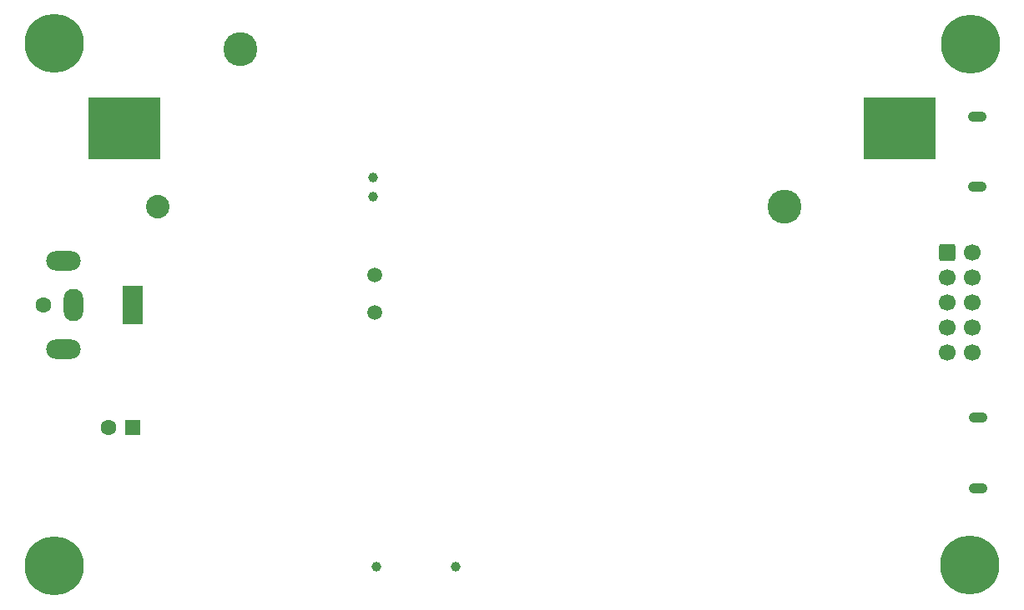
<source format=gbr>
%TF.GenerationSoftware,KiCad,Pcbnew,7.0.6*%
%TF.CreationDate,2023-08-23T22:53:45+03:00*%
%TF.ProjectId,Lorawan_prototype_v1.1,4c6f7261-7761-46e5-9f70-726f746f7479,rev?*%
%TF.SameCoordinates,Original*%
%TF.FileFunction,Soldermask,Bot*%
%TF.FilePolarity,Negative*%
%FSLAX46Y46*%
G04 Gerber Fmt 4.6, Leading zero omitted, Abs format (unit mm)*
G04 Created by KiCad (PCBNEW 7.0.6) date 2023-08-23 22:53:45*
%MOMM*%
%LPD*%
G01*
G04 APERTURE LIST*
G04 Aperture macros list*
%AMRoundRect*
0 Rectangle with rounded corners*
0 $1 Rounding radius*
0 $2 $3 $4 $5 $6 $7 $8 $9 X,Y pos of 4 corners*
0 Add a 4 corners polygon primitive as box body*
4,1,4,$2,$3,$4,$5,$6,$7,$8,$9,$2,$3,0*
0 Add four circle primitives for the rounded corners*
1,1,$1+$1,$2,$3*
1,1,$1+$1,$4,$5*
1,1,$1+$1,$6,$7*
1,1,$1+$1,$8,$9*
0 Add four rect primitives between the rounded corners*
20,1,$1+$1,$2,$3,$4,$5,0*
20,1,$1+$1,$4,$5,$6,$7,0*
20,1,$1+$1,$6,$7,$8,$9,0*
20,1,$1+$1,$8,$9,$2,$3,0*%
G04 Aperture macros list end*
%ADD10RoundRect,0.250000X-0.600000X-0.600000X0.600000X-0.600000X0.600000X0.600000X-0.600000X0.600000X0*%
%ADD11C,1.700000*%
%ADD12C,1.000000*%
%ADD13C,2.390000*%
%ADD14C,3.450000*%
%ADD15R,7.340000X6.350000*%
%ADD16C,0.800000*%
%ADD17C,6.000000*%
%ADD18C,1.600000*%
%ADD19R,2.000000X4.000000*%
%ADD20O,2.000000X3.300000*%
%ADD21O,3.500000X2.000000*%
%ADD22R,1.600000X1.600000*%
%ADD23O,1.900000X1.050000*%
%ADD24C,1.500000*%
G04 APERTURE END LIST*
D10*
%TO.C,J3*%
X192370000Y-84810000D03*
D11*
X194910000Y-84810000D03*
X192370000Y-87350000D03*
X194910000Y-87350000D03*
X192370000Y-89890000D03*
X194910000Y-89890000D03*
X192370000Y-92430000D03*
X194910000Y-92430000D03*
X192370000Y-94970000D03*
X194910000Y-94970000D03*
%TD*%
D12*
%TO.C,J7*%
X134480000Y-116740000D03*
X142480000Y-116740000D03*
%TD*%
D13*
%TO.C,BT2*%
X112280000Y-80190000D03*
D14*
X120610000Y-64190000D03*
X175810000Y-80190000D03*
D15*
X108880000Y-72190000D03*
X187540000Y-72190000D03*
%TD*%
D16*
%TO.C,H3*%
X99489010Y-63600990D03*
X100148020Y-62010000D03*
X100148020Y-65191980D03*
X101739010Y-61350990D03*
D17*
X101739010Y-63600990D03*
D16*
X101739010Y-65850990D03*
X103330000Y-62010000D03*
X103330000Y-65191980D03*
X103989010Y-63600990D03*
%TD*%
%TO.C,H1*%
X192380000Y-116540000D03*
X193039010Y-114949010D03*
X193039010Y-118130990D03*
X194630000Y-114290000D03*
D17*
X194630000Y-116540000D03*
D16*
X194630000Y-118790000D03*
X196220990Y-114949010D03*
X196220990Y-118130990D03*
X196880000Y-116540000D03*
%TD*%
D18*
%TO.C,J2*%
X100700000Y-90170000D03*
D19*
X109700000Y-90170000D03*
D20*
X103700000Y-90170000D03*
D21*
X102700000Y-85670000D03*
X102700000Y-94670000D03*
%TD*%
D12*
%TO.C,Y1*%
X134100000Y-79130000D03*
X134100000Y-77230000D03*
%TD*%
D22*
%TO.C,C6*%
X109740000Y-102590000D03*
D18*
X107240000Y-102590000D03*
%TD*%
D23*
%TO.C,J4*%
X195500000Y-108760000D03*
X195500000Y-101610000D03*
%TD*%
%TO.C,J1*%
X195420000Y-78150000D03*
X195420000Y-71000000D03*
%TD*%
D16*
%TO.C,H2*%
X104000000Y-116660000D03*
X103340990Y-118250990D03*
X103340990Y-115069010D03*
X101750000Y-118910000D03*
D17*
X101750000Y-116660000D03*
D16*
X101750000Y-114410000D03*
X100159010Y-118250990D03*
X100159010Y-115069010D03*
X99500000Y-116660000D03*
%TD*%
%TO.C,H4*%
X192479010Y-63660990D03*
X193138020Y-62070000D03*
X193138020Y-65251980D03*
X194729010Y-61410990D03*
D17*
X194729010Y-63660990D03*
D16*
X194729010Y-65910990D03*
X196320000Y-62070000D03*
X196320000Y-65251980D03*
X196979010Y-63660990D03*
%TD*%
D24*
%TO.C,Y2*%
X134260000Y-87140000D03*
X134260000Y-90940000D03*
%TD*%
M02*

</source>
